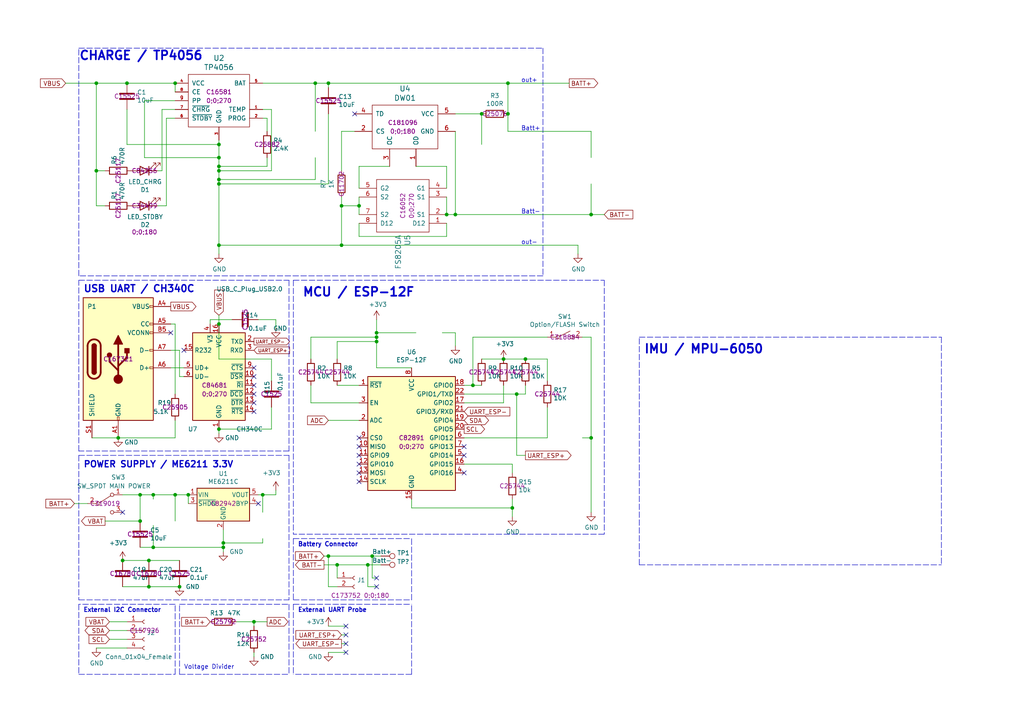
<source format=kicad_sch>
(kicad_sch (version 20211123) (generator eeschema)
  (paper "A4")
  (title_block (title "KamiTrack-SlimeVR-PCB") (date "2022-04-07") (rev "v0.4") (company "github.com/Kamilake/KamiTrack-SlimeVR-PCB") (comment 1 "Licensed under CERN-OHL-P v2 or later") (comment 2 "Compatible with github.com/SlimeVR/SlimeVR-Tracker-ESP"))
  (lib_symbols
    (symbol "Connector:Conn_01x02_Female" (pin_names (offset 1.016) hide)
      (property "Reference" "J" (at 0 2.54 0))
      (property "Value" "Conn_01x02_Female" (at 0 -5.08 0))
      (symbol "Conn_01x02_Female_1_1"
        (pin passive line (at -5.08 0 0) (length 3.81) (name "Pin_1") (number "1"))
        (pin passive line (at -5.08 -2.54 0) (length 3.81) (name "Pin_2") (number "2"))
      )
    )
    (symbol "Connector:Conn_01x04_Female" (pin_names (offset 1.016) hide)
      (property "Reference" "J" (at 0 5.08 0))
      (property "Value" "Conn_01x04_Female" (at 0 -7.62 0))
      (symbol "Conn_01x04_Female_1_1"
        (pin passive line (at -5.08 2.54 0) (length 3.81) (name "Pin_1") (number "1"))
        (pin passive line (at -5.08 0 0) (length 3.81) (name "Pin_2") (number "2"))
        (pin passive line (at -5.08 -2.54 0) (length 3.81) (name "Pin_3") (number "3"))
        (pin passive line (at -5.08 -5.08 0) (length 3.81) (name "Pin_4") (number "4"))
      )
    )
    (symbol "Connector:TestPoint" (pin_numbers hide) (pin_names (offset 0.762) hide)
      (property "Reference" "TP" (at 0 6.858 0))
      (property "Value" "TestPoint" (at 0 5.08 0))
      (symbol "TestPoint_1_1"
        (pin passive line (at 0 0 90) (length 2.54) (name "1") (number "1"))
      )
    )
    (symbol "Connector:USB_C_Plug_USB2.0" (pin_names (offset 1.016))
      (property "Reference" "P" (at -10.16 19.05 0))
      (property "Value" "USB_C_Plug_USB2.0" (at 12.7 19.05 0))
      (symbol "USB_C_Plug_USB2.0_1_1"
        (pin passive line (at 0 -22.86 90) (length 5.08) (name "GND") (number "A1"))
        (pin passive line (at 0 -22.86 90) (length 5.08) hide (name "GND") (number "A12"))
        (pin passive line (at 15.24 15.24 180) (length 5.08) (name "VBUS") (number "A4"))
        (pin bidirectional line (at 15.24 10.16 180) (length 5.08) (name "CC") (number "A5"))
        (pin bidirectional line (at 15.24 -2.54 180) (length 5.08) (name "D+") (number "A6"))
        (pin bidirectional line (at 15.24 2.54 180) (length 5.08) (name "D-") (number "A7"))
        (pin passive line (at 15.24 15.24 180) (length 5.08) hide (name "VBUS") (number "A9"))
        (pin passive line (at 0 -22.86 90) (length 5.08) hide (name "GND") (number "B1"))
        (pin passive line (at 0 -22.86 90) (length 5.08) hide (name "GND") (number "B12"))
        (pin passive line (at 15.24 15.24 180) (length 5.08) hide (name "VBUS") (number "B4"))
        (pin bidirectional line (at 15.24 7.62 180) (length 5.08) (name "VCONN") (number "B5"))
        (pin passive line (at 15.24 15.24 180) (length 5.08) hide (name "VBUS") (number "B9"))
        (pin passive line (at -7.62 -22.86 90) (length 5.08) (name "SHIELD") (number "S1"))
      )
    )
    (symbol "Device:C" (pin_numbers hide) (pin_names (offset 0.254))
      (property "Reference" "C" (at 0.635 2.54 0))
      (property "Value" "C" (at 0.635 -2.54 0))
      (symbol "C_1_1"
        (pin passive line (at 0 3.81 270) (length 2.794) (name "~") (number "1"))
        (pin passive line (at 0 -3.81 90) (length 2.794) (name "~") (number "2"))
      )
    )
    (symbol "Device:LED" (pin_numbers hide) (pin_names (offset 1.016) hide)
      (property "Reference" "D" (at 0 2.54 0))
      (property "Value" "LED" (at 0 -2.54 0))
      (symbol "LED_1_1"
        (pin passive line (at -3.81 0 0) (length 2.54) (name "K") (number "1"))
        (pin passive line (at 3.81 0 180) (length 2.54) (name "A") (number "2"))
      )
    )
    (symbol "Device:R" (pin_numbers hide) (pin_names (offset 0))
      (property "Reference" "R" (at 2.032 0 90))
      (property "Value" "R" (at 0 0 90))
      (symbol "R_1_1"
        (pin passive line (at 0 3.81 270) (length 1.27) (name "~") (number "1"))
        (pin passive line (at 0 -3.81 90) (length 1.27) (name "~") (number "2"))
      )
    )
    (symbol "Interface_USB:CH340C"
      (property "Reference" "U" (at -5.08 13.97 0))
      (property "Value" "CH340C" (at 1.27 13.97 0))
      (symbol "CH340C_1_1"
        (pin power_in line (at 0 -15.24 90) (length 2.54) (name "GND") (number "1"))
        (pin input line (at 10.16 0 180) (length 2.54) (name "~{DSR}") (number "10"))
        (pin input line (at 10.16 -2.54 180) (length 2.54) (name "~{RI}") (number "11"))
        (pin input line (at 10.16 -5.08 180) (length 2.54) (name "~{DCD}") (number "12"))
        (pin output line (at 10.16 -7.62 180) (length 2.54) (name "~{DTR}") (number "13"))
        (pin output line (at 10.16 -10.16 180) (length 2.54) (name "~{RTS}") (number "14"))
        (pin input line (at -10.16 7.62 0) (length 2.54) (name "R232") (number "15"))
        (pin power_in line (at 0 15.24 270) (length 2.54) (name "VCC") (number "16"))
        (pin output line (at 10.16 10.16 180) (length 2.54) (name "TXD") (number "2"))
        (pin input line (at 10.16 7.62 180) (length 2.54) (name "RXD") (number "3"))
        (pin passive line (at -2.54 15.24 270) (length 2.54) (name "V3") (number "4"))
        (pin bidirectional line (at -10.16 2.54 0) (length 2.54) (name "UD+") (number "5"))
        (pin bidirectional line (at -10.16 0 0) (length 2.54) (name "UD-") (number "6"))
        (pin no_connect line (at -7.62 -7.62 0) (length 2.54) hide (name "NC") (number "7"))
        (pin no_connect line (at -7.62 -10.16 0) (length 2.54) hide (name "NC") (number "8"))
        (pin input line (at 10.16 2.54 180) (length 2.54) (name "~{CTS}") (number "9"))
      )
    )
    (symbol "RF_Module:ESP-12F"
      (property "Reference" "U" (at -12.7 19.05 0))
      (property "Value" "ESP-12F" (at 12.7 19.05 0))
      (symbol "ESP-12F_1_1"
        (pin input line (at -15.24 15.24 0) (length 2.54) (name "~{RST}") (number "1"))
        (pin bidirectional line (at -15.24 -2.54 0) (length 2.54) (name "MISO") (number "10"))
        (pin bidirectional line (at -15.24 -5.08 0) (length 2.54) (name "GPIO9") (number "11"))
        (pin bidirectional line (at -15.24 -7.62 0) (length 2.54) (name "GPIO10") (number "12"))
        (pin bidirectional line (at -15.24 -10.16 0) (length 2.54) (name "MOSI") (number "13"))
        (pin bidirectional line (at -15.24 -12.7 0) (length 2.54) (name "SCLK") (number "14"))
        (pin power_in line (at 0 -17.78 90) (length 2.54) (name "GND") (number "15"))
        (pin bidirectional line (at 15.24 -7.62 180) (length 2.54) (name "GPIO15") (number "16"))
        (pin bidirectional line (at 15.24 10.16 180) (length 2.54) (name "GPIO2") (number "17"))
        (pin bidirectional line (at 15.24 15.24 180) (length 2.54) (name "GPIO0") (number "18"))
        (pin bidirectional line (at 15.24 5.08 180) (length 2.54) (name "GPIO4") (number "19"))
        (pin input line (at -15.24 5.08 0) (length 2.54) (name "ADC") (number "2"))
        (pin bidirectional line (at 15.24 2.54 180) (length 2.54) (name "GPIO5") (number "20"))
        (pin bidirectional line (at 15.24 7.62 180) (length 2.54) (name "GPIO3/RXD") (number "21"))
        (pin bidirectional line (at 15.24 12.7 180) (length 2.54) (name "GPIO1/TXD") (number "22"))
        (pin input line (at -15.24 10.16 0) (length 2.54) (name "EN") (number "3"))
        (pin bidirectional line (at 15.24 -10.16 180) (length 2.54) (name "GPIO16") (number "4"))
        (pin bidirectional line (at 15.24 -5.08 180) (length 2.54) (name "GPIO14") (number "5"))
        (pin bidirectional line (at 15.24 0 180) (length 2.54) (name "GPIO12") (number "6"))
        (pin bidirectional line (at 15.24 -2.54 180) (length 2.54) (name "GPIO13") (number "7"))
        (pin power_in line (at 0 20.32 270) (length 2.54) (name "VCC") (number "8"))
        (pin input line (at -15.24 0 0) (length 2.54) (name "CS0") (number "9"))
      )
    )
    (symbol "Regulator_Linear:APE8865U5-16-HF-3" (pin_names (offset 0.254))
      (property "Reference" "U" (at -6.35 5.715 0))
      (property "Value" "APE8865U5-16-HF-3" (at -3.175 5.715 0))
      (symbol "APE8865U5-16-HF-3_1_1"
        (pin power_in line (at -10.16 2.54 0) (length 2.54) (name "VIN") (number "1"))
        (pin power_in line (at 0 -7.62 90) (length 2.54) (name "GND") (number "2"))
        (pin input line (at -10.16 0 0) (length 2.54) (name "~{SHDN}") (number "3"))
        (pin input line (at 10.16 0 180) (length 2.54) (name "BYP") (number "4"))
        (pin power_out line (at 10.16 2.54 180) (length 2.54) (name "VOUT") (number "5"))
      )
    )
    (symbol "Sensor_Motion:MPU-9250"
      (property "Reference" "U" (at -11.43 19.05 0))
      (property "Value" "MPU-9250" (at 7.62 -19.05 0))
      (symbol "MPU-9250_1_1"
        (pin input line (at 17.78 -7.62 180) (length 5.08) (name "RESV_VDDIO") (number "1"))
        (pin passive line (at 17.78 -5.08 180) (length 5.08) (name "REGOUT") (number "10"))
        (pin input line (at -17.78 -5.08 0) (length 5.08) (name "FSYNC") (number "11"))
        (pin output line (at 17.78 7.62 180) (length 5.08) (name "INT") (number "12"))
        (pin power_in line (at 2.54 22.86 270) (length 5.08) (name "VDD") (number "13"))
        (pin power_in line (at 0 -22.86 90) (length 5.08) (name "GND") (number "18"))
        (pin power_in line (at 17.78 -10.16 180) (length 5.08) (name "RESV_GND") (number "20"))
        (pin bidirectional line (at 17.78 2.54 180) (length 5.08) (name "AUX_SDA") (number "21"))
        (pin input line (at -17.78 0 0) (length 5.08) (name "~{CS}") (number "22"))
        (pin input line (at -17.78 2.54 0) (length 5.08) (name "SCL/SCLK") (number "23"))
        (pin bidirectional line (at -17.78 7.62 0) (length 5.08) (name "SDA/MOSI") (number "24"))
        (pin output clock (at 17.78 0 180) (length 5.08) (name "AUX_SCL") (number "7"))
        (pin power_in line (at -2.54 22.86 270) (length 5.08) (name "VDDIO") (number "8"))
        (pin bidirectional line (at -17.78 5.08 0) (length 5.08) (name "AD0/MISO") (number "9"))
      )
    )
    (symbol "Switch:SW_SPDT" (pin_names (offset 0) hide)
      (property "Reference" "SW" (at 0 4.318 0))
      (property "Value" "SW_SPDT" (at 0 -5.08 0))
      (symbol "SW_SPDT_1_1"
        (pin passive line (at 5.08 2.54 180) (length 2.54) (name "A") (number "1"))
        (pin passive line (at -5.08 0 0) (length 2.54) (name "B") (number "2"))
        (pin passive line (at 5.08 -2.54 180) (length 2.54) (name "C") (number "3"))
      )
    )
    (symbol "Switch:SW_SPST" (pin_names (offset 0) hide)
      (property "Reference" "SW" (at 0 3.175 0))
      (property "Value" "SW_SPST" (at 0 -2.54 0))
      (symbol "SW_SPST_1_1"
        (pin passive line (at -5.08 0 0) (length 2.54) (name "A") (number "1"))
        (pin passive line (at 5.08 0 180) (length 2.54) (name "B") (number "2"))
      )
    )
    (symbol "dw01:DW01" (pin_names (offset 1.016))
      (property "Reference" "U" (at 2.54 8.89 0))
      (property "Value" "DW01" (at -2.54 8.89 0))
      (symbol "DW01_1_1"
        (pin input line (at 3.81 -11.43 90) (length 5.08) (name "OD") (number "1"))
        (pin input line (at -13.97 -1.27 0) (length 5.08) (name "CS") (number "2"))
        (pin input line (at -3.81 -11.43 90) (length 5.08) (name "OC") (number "3"))
        (pin input line (at -13.97 3.81 0) (length 5.08) (name "TD") (number "4"))
        (pin input line (at 15.24 3.81 180) (length 5.08) (name "VCC") (number "5"))
        (pin input line (at 15.24 -1.27 180) (length 5.08) (name "GND") (number "6"))
      )
    )
    (symbol "fs8205a:FS8205A" (pin_names (offset 1.016))
      (property "Reference" "U" (at -5.08 -1.27 0))
      (property "Value" "FS8205A" (at -1.27 -3.81 0))
      (symbol "FS8205A_1_1"
        (pin input line (at 5.08 10.16 270) (length 5.08) (name "D12") (number "1"))
        (pin input line (at 2.54 10.16 270) (length 5.08) (name "S1") (number "2"))
        (pin input line (at -2.54 10.16 270) (length 5.08) (name "S1") (number "3"))
        (pin input line (at -5.08 10.16 270) (length 5.08) (name "G1") (number "4"))
        (pin input line (at -5.08 -15.24 90) (length 5.08) (name "G2") (number "5"))
        (pin input line (at -2.54 -15.24 90) (length 5.08) (name "S2") (number "6"))
        (pin input line (at 2.54 -15.24 90) (length 5.08) (name "S2") (number "7"))
        (pin input line (at 5.08 -15.24 90) (length 5.08) (name "D12") (number "8"))
      )
    )
    (symbol "power:+3.3V" (power) (pin_names (offset 0))
      (property "Value" "+3.3V" (at 0 3.556 0))
      (symbol "+3.3V_1_1"
        (pin power_in line (at 0 0 90) (length 0) hide (name "+3V3") (number "1"))
      )
    )
    (symbol "power:GND" (power) (pin_names (offset 0))
      (property "Value" "GND" (at 0 -3.81 0))
      (symbol "GND_1_1"
        (pin power_in line (at 0 0 270) (length 0) hide (name "GND") (number "1"))
      )
    )
    (symbol "tp4056:TP4056" (pin_names (offset 1.016))
      (property "Reference" "U" (at -8.89 10.16 0))
      (property "Value" "TP4056" (at 8.89 10.16 0))
      (symbol "TP4056_1_1"
        (pin passive line (at 12.7 -1.27 180) (length 3.81) (name "TEMP") (number "1"))
        (pin passive line (at 12.7 -3.81 180) (length 3.81) (name "PROG") (number "2"))
        (pin power_in line (at 0 -10.16 90) (length 3.81) (name "GND") (number "3"))
        (pin power_in line (at -12.7 6.35 0) (length 3.81) (name "VCC") (number "4"))
        (pin power_out line (at 12.7 6.35 180) (length 3.81) (name "BAT") (number "5"))
        (pin open_collector line (at -12.7 -3.81 0) (length 3.81) (name "~{STDBY}") (number "6"))
        (pin open_collector line (at -12.7 -1.27 0) (length 3.81) (name "~{CHRG}") (number "7"))
        (pin input line (at -12.7 3.81 0) (length 3.81) (name "CE") (number "8"))
        (pin input line (at -12.7 1.27 0) (length 3.81) (name "PP") (number "9"))
      )
    )
  )
  (junction (at 50.8 24.13))
  (junction (at 63.5 45.72))
  (junction (at 40.64 143.51))
  (junction (at 64.77 157.48))
  (junction (at 63.5 71.12))
  (junction (at 34.29 127))
  (junction (at 76.2 143.51))
  (junction (at 63.5 93.98))
  (junction (at 359.41 106.68))
  (junction (at 147.32 33.02))
  (junction (at 43.18 162.56))
  (junction (at 63.5 48.26))
  (junction (at 132.08 62.23))
  (junction (at 104.14 59.69))
  (junction (at 91.44 24.13))
  (junction (at 95.25 24.13))
  (junction (at 347.98 106.68))
  (junction (at 44.45 158.75))
  (junction (at 50.8 143.51))
  (junction (at 35.56 162.56))
  (junction (at 152.4 104.14))
  (junction (at 27.94 49.53))
  (junction (at 340.36 106.68))
  (junction (at 63.5 49.53))
  (junction (at 64.77 158.75))
  (junction (at 316.23 139.7))
  (junction (at 148.59 147.32))
  (junction (at 36.83 24.13))
  (junction (at 361.95 158.75))
  (junction (at 63.5 124.46))
  (junction (at 95.25 161.29))
  (junction (at 54.61 143.51))
  (junction (at 323.85 106.68))
  (junction (at 109.22 97.79))
  (junction (at 364.49 106.68))
  (junction (at 106.68 163.83))
  (junction (at 44.45 143.51))
  (junction (at 147.32 24.13))
  (junction (at 129.54 62.23))
  (junction (at 73.66 180.34))
  (junction (at 40.64 151.13))
  (junction (at 146.05 104.14))
  (junction (at 149.86 114.3))
  (junction (at 109.22 96.52))
  (junction (at 52.07 170.18))
  (junction (at 27.94 24.13))
  (junction (at 361.95 156.21))
  (junction (at 137.16 111.76))
  (junction (at 171.45 127))
  (junction (at 171.45 62.23))
  (junction (at 63.5 52.07))
  (junction (at 63.5 53.34))
  (junction (at 99.06 59.69))
  (junction (at 107.95 161.29))
  (junction (at 63.5 41.91))
  (junction (at 109.22 99.06))
  (junction (at 97.79 163.83))
  (junction (at 43.18 170.18))
  (junction (at 334.01 138.43))
  (junction (at 361.95 157.48))
  (junction (at 99.06 71.12))
  (junction (at 139.7 33.02))
  (junction (at 323.85 137.16))
  (no_connect (at 104.14 129.54))
  (no_connect (at 379.73 125.73))
  (no_connect (at 100.33 181.61))
  (no_connect (at 109.22 167.64))
  (no_connect (at 73.66 109.22))
  (no_connect (at 100.33 184.15))
  (no_connect (at 102.87 33.02))
  (no_connect (at 74.93 146.05))
  (no_connect (at 73.66 114.3))
  (no_connect (at 53.34 101.6))
  (no_connect (at 134.62 137.16))
  (no_connect (at 73.66 119.38))
  (no_connect (at 73.66 106.68))
  (no_connect (at 104.14 127))
  (no_connect (at 73.66 116.84))
  (no_connect (at 104.14 137.16))
  (no_connect (at 104.14 132.08))
  (no_connect (at 49.53 96.52))
  (no_connect (at 379.73 140.97))
  (no_connect (at 73.66 111.76))
  (no_connect (at 134.62 129.54))
  (no_connect (at 109.22 170.18))
  (no_connect (at 134.62 132.08))
  (no_connect (at 35.56 148.59))
  (no_connect (at 104.14 139.7))
  (no_connect (at 100.33 186.69))
  (no_connect (at 104.14 134.62))
  (no_connect (at 100.33 189.23))
  (wire (pts (xy 104.14 111.76) (xy 97.79 111.76)))
  (polyline (pts (xy 83.82 130.81) (xy 22.86 130.81)))
  (wire (pts (xy 99.06 59.69) (xy 99.06 71.12)))
  (wire (pts (xy 379.73 156.21) (xy 361.95 156.21)))
  (wire (pts (xy 129.54 57.15) (xy 129.54 62.23)))
  (wire (pts (xy 146.05 111.76) (xy 146.05 116.84)))
  (wire (pts (xy 134.62 134.62) (xy 148.59 134.62)))
  (wire (pts (xy 93.98 161.29) (xy 95.25 161.29)))
  (wire (pts (xy 168.91 127) (xy 171.45 127)))
  (wire (pts (xy 35.56 143.51) (xy 40.64 143.51)))
  (wire (pts (xy 95.25 121.92) (xy 104.14 121.92)))
  (wire (pts (xy 99.06 59.69) (xy 104.14 59.69)))
  (polyline (pts (xy 50.8 195.58) (xy 50.8 175.26)))
  (wire (pts (xy 134.62 111.76) (xy 137.16 111.76)))
  (polyline (pts (xy 119.38 195.58) (xy 85.09 195.58)))
  (wire (pts (xy 26.67 127) (xy 34.29 127)))
  (wire (pts (xy 43.18 162.56) (xy 35.56 162.56)))
  (wire (pts (xy 134.62 114.3) (xy 149.86 114.3)))
  (wire (pts (xy 398.78 158.75) (xy 361.95 158.75)))
  (wire (pts (xy 64.77 153.67) (xy 64.77 157.48)))
  (wire (pts (xy 148.59 134.62) (xy 148.59 137.16)))
  (wire (pts (xy 99.06 38.1) (xy 99.06 49.53)))
  (wire (pts (xy 307.34 139.7) (xy 316.23 139.7)))
  (wire (pts (xy 119.38 147.32) (xy 148.59 147.32)))
  (wire (pts (xy 99.06 57.15) (xy 99.06 59.69)))
  (wire (pts (xy 43.18 170.18) (xy 52.07 170.18)))
  (wire (pts (xy 99.06 186.69) (xy 100.33 186.69)))
  (wire (pts (xy 90.17 111.76) (xy 90.17 116.84)))
  (wire (pts (xy 398.78 106.68) (xy 364.49 106.68)))
  (wire (pts (xy 50.8 143.51) (xy 54.61 143.51)))
  (wire (pts (xy 44.45 143.51) (xy 50.8 143.51)))
  (polyline (pts (xy 85.09 81.28) (xy 85.09 154.94)))
  (wire (pts (xy 27.94 24.13) (xy 36.83 24.13)))
  (wire (pts (xy 50.8 29.21) (xy 41.91 29.21)))
  (polyline (pts (xy 157.48 13.97) (xy 157.48 80.01)))
  (wire (pts (xy 27.94 59.69) (xy 27.94 49.53)))
  (wire (pts (xy 80.01 143.51) (xy 76.2 143.51)))
  (polyline (pts (xy 22.86 132.08) (xy 83.82 132.08)))
  (polyline (pts (xy 52.07 195.58) (xy 83.82 195.58)))
  (wire (pts (xy 43.18 170.18) (xy 35.56 170.18)))
  (wire (pts (xy 41.91 45.72) (xy 63.5 45.72)))
  (wire (pts (xy 30.48 59.69) (xy 27.94 59.69)))
  (wire (pts (xy 63.5 52.07) (xy 63.5 53.34)))
  (polyline (pts (xy 85.09 81.28) (xy 175.26 81.28)))
  (wire (pts (xy 364.49 106.68) (xy 364.49 110.49)))
  (wire (pts (xy 171.45 127) (xy 171.45 148.59)))
  (polyline (pts (xy 85.09 175.26) (xy 85.09 195.58)))
  (wire (pts (xy 76.2 156.21) (xy 76.2 157.48)))
  (wire (pts (xy 50.8 31.75) (xy 46.99 31.75)))
  (wire (pts (xy 76.2 143.51) (xy 74.93 143.51)))
  (wire (pts (xy 109.22 97.79) (xy 90.17 97.79)))
  (wire (pts (xy 30.48 151.13) (xy 40.64 151.13)))
  (wire (pts (xy 97.79 99.06) (xy 109.22 99.06)))
  (wire (pts (xy 52.07 162.56) (xy 43.18 162.56)))
  (wire (pts (xy 158.75 110.49) (xy 158.75 104.14)))
  (wire (pts (xy 383.54 142.24) (xy 383.54 138.43)))
  (wire (pts (xy 73.66 189.23) (xy 73.66 190.5)))
  (wire (pts (xy 63.5 104.14) (xy 63.5 93.98)))
  (wire (pts (xy 44.45 152.4) (xy 44.45 158.75)))
  (wire (pts (xy 31.75 185.42) (xy 36.83 185.42)))
  (wire (pts (xy 21.59 146.05) (xy 25.4 146.05)))
  (wire (pts (xy 48.26 59.69) (xy 45.72 59.69)))
  (polyline (pts (xy 52.07 195.58) (xy 52.07 175.26)))
  (wire (pts (xy 137.16 111.76) (xy 137.16 97.79)))
  (polyline (pts (xy 175.26 154.94) (xy 85.09 154.94)))
  (wire (pts (xy 76.2 148.59) (xy 76.2 143.51)))
  (wire (pts (xy 60.96 93.98) (xy 60.96 92.71)))
  (wire (pts (xy 97.79 163.83) (xy 106.68 163.83)))
  (wire (pts (xy 132.08 96.52) (xy 132.08 100.33)))
  (wire (pts (xy 68.58 180.34) (xy 73.66 180.34)))
  (polyline (pts (xy 83.82 132.08) (xy 83.82 173.99)))
  (polyline (pts (xy 22.86 132.08) (xy 22.86 173.99)))
  (wire (pts (xy 129.54 62.23) (xy 132.08 62.23)))
  (wire (pts (xy 73.66 181.61) (xy 73.66 180.34)))
  (wire (pts (xy 44.45 144.78) (xy 44.45 143.51)))
  (wire (pts (xy 128.27 96.52) (xy 132.08 96.52)))
  (wire (pts (xy 134.62 127) (xy 158.75 127)))
  (wire (pts (xy 30.48 49.53) (xy 27.94 49.53)))
  (wire (pts (xy 50.8 151.13) (xy 50.8 143.51)))
  (polyline (pts (xy 185.42 97.79) (xy 273.05 97.79)))
  (wire (pts (xy 323.85 106.68) (xy 323.85 124.46)))
  (wire (pts (xy 139.7 41.91) (xy 139.7 33.02)))
  (wire (pts (xy 139.7 33.02) (xy 132.08 33.02)))
  (wire (pts (xy 73.66 180.34) (xy 77.47 180.34)))
  (wire (pts (xy 149.86 114.3) (xy 152.4 114.3)))
  (wire (pts (xy 40.64 158.75) (xy 44.45 158.75)))
  (wire (pts (xy 168.91 97.79) (xy 171.45 97.79)))
  (wire (pts (xy 64.77 157.48) (xy 64.77 158.75)))
  (wire (pts (xy 50.8 127) (xy 50.8 121.92)))
  (wire (pts (xy 34.29 127) (xy 50.8 127)))
  (wire (pts (xy 40.64 143.51) (xy 44.45 143.51)))
  (wire (pts (xy 102.87 38.1) (xy 99.06 38.1)))
  (wire (pts (xy 52.07 101.6) (xy 52.07 109.22)))
  (wire (pts (xy 76.2 34.29) (xy 77.47 34.29)))
  (polyline (pts (xy 22.86 81.28) (xy 83.82 81.28)))
  (wire (pts (xy 158.75 127) (xy 158.75 118.11)))
  (wire (pts (xy 49.53 101.6) (xy 52.07 101.6)))
  (wire (pts (xy 106.68 163.83) (xy 110.49 163.83)))
  (wire (pts (xy 344.17 133.35) (xy 340.36 133.35)))
  (wire (pts (xy 107.95 161.29) (xy 107.95 167.64)))
  (wire (pts (xy 46.99 49.53) (xy 45.72 49.53)))
  (wire (pts (xy 398.78 137.16) (xy 398.78 158.75)))
  (polyline (pts (xy 22.86 175.26) (xy 22.86 195.58)))
  (wire (pts (xy 77.47 45.72) (xy 77.47 48.26)))
  (wire (pts (xy 91.44 52.07) (xy 63.5 52.07)))
  (wire (pts (xy 78.74 31.75) (xy 78.74 49.53)))
  (polyline (pts (xy 119.38 173.99) (xy 119.38 156.21)))
  (wire (pts (xy 104.14 54.61) (xy 104.14 48.26)))
  (wire (pts (xy 46.99 31.75) (xy 46.99 49.53)))
  (wire (pts (xy 109.22 96.52) (xy 109.22 97.79)))
  (wire (pts (xy 383.54 133.35) (xy 379.73 133.35)))
  (wire (pts (xy 90.17 97.79) (xy 90.17 104.14)))
  (wire (pts (xy 323.85 132.08) (xy 323.85 137.16)))
  (polyline (pts (xy 85.09 175.26) (xy 119.38 175.26)))
  (wire (pts (xy 106.68 163.83) (xy 106.68 170.18)))
  (wire (pts (xy 146.05 104.14) (xy 152.4 104.14)))
  (wire (pts (xy 149.86 132.08) (xy 152.4 132.08)))
  (polyline (pts (xy 50.8 175.26) (xy 22.86 175.26)))
  (polyline (pts (xy 22.86 80.01) (xy 22.86 13.97)))
  (wire (pts (xy 93.98 163.83) (xy 97.79 163.83)))
  (wire (pts (xy 137.16 97.79) (xy 158.75 97.79)))
  (polyline (pts (xy 22.86 130.81) (xy 22.86 81.28)))
  (polyline (pts (xy 22.86 173.99) (xy 83.82 173.99)))
  (wire (pts (xy 78.74 104.14) (xy 63.5 104.14)))
  (wire (pts (xy 147.32 33.02) (xy 147.32 38.1)))
  (polyline (pts (xy 185.42 163.83) (xy 273.05 163.83)))
  (wire (pts (xy 331.47 130.81) (xy 344.17 130.81)))
  (polyline (pts (xy 85.09 156.21) (xy 119.38 156.21)))
  (wire (pts (xy 91.44 24.13) (xy 91.44 38.1)))
  (wire (pts (xy 334.01 128.27) (xy 334.01 138.43)))
  (wire (pts (xy 383.54 138.43) (xy 379.73 138.43)))
  (wire (pts (xy 76.2 31.75) (xy 78.74 31.75)))
  (wire (pts (xy 361.95 157.48) (xy 361.95 158.75)))
  (wire (pts (xy 334.01 138.43) (xy 334.01 158.75)))
  (wire (pts (xy 99.06 71.12) (xy 63.5 71.12)))
  (wire (pts (xy 359.41 106.68) (xy 364.49 106.68)))
  (wire (pts (xy 41.91 29.21) (xy 41.91 45.72)))
  (wire (pts (xy 316.23 132.08) (xy 316.23 139.7)))
  (wire (pts (xy 171.45 62.23) (xy 171.45 53.34)))
  (wire (pts (xy 398.78 129.54) (xy 398.78 106.68)))
  (wire (pts (xy 95.25 53.34) (xy 63.5 53.34)))
  (wire (pts (xy 104.14 59.69) (xy 104.14 62.23)))
  (wire (pts (xy 132.08 38.1) (xy 132.08 62.23)))
  (wire (pts (xy 76.2 24.13) (xy 91.44 24.13)))
  (wire (pts (xy 344.17 138.43) (xy 334.01 138.43)))
  (wire (pts (xy 149.86 114.3) (xy 149.86 132.08)))
  (wire (pts (xy 383.54 157.48) (xy 361.95 157.48)))
  (wire (pts (xy 171.45 62.23) (xy 175.26 62.23)))
  (wire (pts (xy 379.73 156.21) (xy 379.73 143.51)))
  (polyline (pts (xy 83.82 175.26) (xy 83.82 195.58)))
  (wire (pts (xy 109.22 97.79) (xy 109.22 99.06)))
  (wire (pts (xy 148.59 147.32) (xy 148.59 149.86)))
  (wire (pts (xy 109.22 106.68) (xy 119.38 106.68)))
  (polyline (pts (xy 185.42 163.83) (xy 185.42 97.79)))
  (wire (pts (xy 331.47 139.7) (xy 331.47 130.81)))
  (wire (pts (xy 152.4 114.3) (xy 152.4 111.76)))
  (wire (pts (xy 50.8 26.67) (xy 50.8 24.13)))
  (wire (pts (xy 316.23 106.68) (xy 316.23 124.46)))
  (wire (pts (xy 344.17 128.27) (xy 334.01 128.27)))
  (wire (pts (xy 171.45 97.79) (xy 171.45 127)))
  (wire (pts (xy 107.95 161.29) (xy 110.49 161.29)))
  (wire (pts (xy 132.08 62.23) (xy 171.45 62.23)))
  (wire (pts (xy 147.32 24.13) (xy 165.1 24.13)))
  (wire (pts (xy 63.5 93.98) (xy 63.5 91.44)))
  (wire (pts (xy 167.64 71.12) (xy 167.64 73.66)))
  (wire (pts (xy 104.14 68.58) (xy 129.54 68.58)))
  (wire (pts (xy 95.25 189.23) (xy 100.33 189.23)))
  (wire (pts (xy 50.8 93.98) (xy 50.8 114.3)))
  (wire (pts (xy 340.36 106.68) (xy 347.98 106.68)))
  (wire (pts (xy 80.01 92.71) (xy 80.01 95.25)))
  (polyline (pts (xy 175.26 81.28) (xy 175.26 154.94)))
  (polyline (pts (xy 85.09 156.21) (xy 85.09 173.99)))
  (wire (pts (xy 152.4 104.14) (xy 158.75 104.14)))
  (wire (pts (xy 40.64 151.13) (xy 40.64 143.51)))
  (polyline (pts (xy 22.86 13.97) (xy 157.48 13.97)))
  (wire (pts (xy 27.94 24.13) (xy 19.05 24.13)))
  (wire (pts (xy 63.5 48.26) (xy 63.5 49.53)))
  (polyline (pts (xy 83.82 81.28) (xy 83.82 130.81)))
  (wire (pts (xy 129.54 48.26) (xy 129.54 54.61)))
  (wire (pts (xy 90.17 116.84) (xy 104.14 116.84)))
  (wire (pts (xy 109.22 96.52) (xy 109.22 92.71)))
  (wire (pts (xy 104.14 57.15) (xy 104.14 59.69)))
  (wire (pts (xy 36.83 24.13) (xy 50.8 24.13)))
  (wire (pts (xy 134.62 116.84) (xy 146.05 116.84)))
  (wire (pts (xy 95.25 161.29) (xy 95.25 170.18)))
  (wire (pts (xy 63.5 49.53) (xy 78.74 49.53)))
  (wire (pts (xy 379.73 130.81) (xy 383.54 130.81)))
  (wire (pts (xy 316.23 106.68) (xy 323.85 106.68)))
  (wire (pts (xy 78.74 124.46) (xy 63.5 124.46)))
  (wire (pts (xy 139.7 104.14) (xy 146.05 104.14)))
  (wire (pts (xy 120.65 96.52) (xy 109.22 96.52)))
  (wire (pts (xy 36.83 31.75) (xy 36.83 41.91)))
  (wire (pts (xy 129.54 68.58) (xy 129.54 64.77)))
  (wire (pts (xy 77.47 48.26) (xy 63.5 48.26)))
  (wire (pts (xy 74.93 92.71) (xy 80.01 92.71)))
  (wire (pts (xy 147.32 24.13) (xy 147.32 33.02)))
  (wire (pts (xy 95.25 33.02) (xy 95.25 53.34)))
  (polyline (pts (xy 22.86 195.58) (xy 50.8 195.58)))
  (wire (pts (xy 50.8 34.29) (xy 48.26 34.29)))
  (wire (pts (xy 49.53 93.98) (xy 50.8 93.98)))
  (wire (pts (xy 60.96 92.71) (xy 67.31 92.71)))
  (wire (pts (xy 95.25 25.4) (xy 95.25 24.13)))
  (wire (pts (xy 48.26 34.29) (xy 48.26 59.69)))
  (wire (pts (xy 63.5 41.91) (xy 63.5 45.72)))
  (wire (pts (xy 54.61 143.51) (xy 54.61 146.05)))
  (polyline (pts (xy 52.07 175.26) (xy 83.82 175.26)))
  (wire (pts (xy 97.79 163.83) (xy 97.79 167.64)))
  (wire (pts (xy 383.54 149.86) (xy 383.54 157.48)))
  (wire (pts (xy 99.06 184.15) (xy 100.33 184.15)))
  (wire (pts (xy 361.95 158.75) (xy 361.95 160.02)))
  (polyline (pts (xy 273.05 97.79) (xy 273.05 163.83)))
  (wire (pts (xy 330.2 125.73) (xy 330.2 137.16)))
  (wire (pts (xy 80.01 142.24) (xy 80.01 143.51)))
  (wire (pts (xy 119.38 144.78) (xy 119.38 147.32)))
  (wire (pts (xy 359.41 106.68) (xy 359.41 110.49)))
  (polyline (pts (xy 157.48 80.01) (xy 22.86 80.01)))
  (wire (pts (xy 97.79 104.14) (xy 97.79 99.06)))
  (wire (pts (xy 76.2 157.48) (xy 64.77 157.48)))
  (wire (pts (xy 27.94 49.53) (xy 27.94 24.13)))
  (wire (pts (xy 361.95 157.48) (xy 361.95 156.21)))
  (wire (pts (xy 109.22 99.06) (xy 109.22 106.68)))
  (wire (pts (xy 63.5 124.46) (xy 63.5 125.73)))
  (wire (pts (xy 95.25 161.29) (xy 107.95 161.29)))
  (wire (pts (xy 148.59 144.78) (xy 148.59 147.32)))
  (wire (pts (xy 95.25 170.18) (xy 97.79 170.18)))
  (wire (pts (xy 323.85 137.16) (xy 330.2 137.16)))
  (wire (pts (xy 78.74 118.11) (xy 78.74 124.46)))
  (wire (pts (xy 147.32 38.1) (xy 171.45 38.1)))
  (wire (pts (xy 63.5 71.12) (xy 63.5 73.66)))
  (wire (pts (xy 36.83 182.88) (xy 31.75 182.88)))
  (wire (pts (xy 63.5 40.64) (xy 63.5 41.91)))
  (wire (pts (xy 347.98 106.68) (xy 359.41 106.68)))
  (wire (pts (xy 316.23 139.7) (xy 331.47 139.7)))
  (wire (pts (xy 100.33 181.61) (xy 95.25 181.61)))
  (wire (pts (xy 323.85 106.68) (xy 340.36 106.68)))
  (wire (pts (xy 104.14 64.77) (xy 104.14 68.58)))
  (wire (pts (xy 107.95 167.64) (xy 109.22 167.64)))
  (wire (pts (xy 334.01 158.75) (xy 361.95 158.75)))
  (wire (pts (xy 330.2 125.73) (xy 344.17 125.73)))
  (wire (pts (xy 91.44 24.13) (xy 95.25 24.13)))
  (wire (pts (xy 307.34 137.16) (xy 323.85 137.16)))
  (wire (pts (xy 104.14 48.26) (xy 113.03 48.26)))
  (wire (pts (xy 137.16 111.76) (xy 139.7 111.76)))
  (wire (pts (xy 106.68 170.18) (xy 109.22 170.18)))
  (wire (pts (xy 77.47 34.29) (xy 77.47 38.1)))
  (polyline (pts (xy 85.09 173.99) (xy 119.38 173.99)))
  (wire (pts (xy 95.25 24.13) (xy 147.32 24.13)))
  (wire (pts (xy 27.94 187.96) (xy 36.83 187.96)))
  (wire (pts (xy 78.74 110.49) (xy 78.74 104.14)))
  (wire (pts (xy 63.5 49.53) (xy 63.5 52.07)))
  (wire (pts (xy 64.77 158.75) (xy 64.77 160.02)))
  (wire (pts (xy 63.5 45.72) (xy 63.5 48.26)))
  (wire (pts (xy 36.83 41.91) (xy 63.5 41.91)))
  (wire (pts (xy 99.06 71.12) (xy 167.64 71.12)))
  (wire (pts (xy 31.75 180.34) (xy 36.83 180.34)))
  (polyline (pts (xy 119.38 195.58) (xy 119.38 175.26)))
  (wire (pts (xy 340.36 133.35) (xy 340.36 106.68)))
  (wire (pts (xy 91.44 45.72) (xy 91.44 52.07)))
  (wire (pts (xy 49.53 106.68) (xy 53.34 106.68)))
  (wire (pts (xy 120.65 48.26) (xy 129.54 48.26)))
  (wire (pts (xy 52.07 109.22) (xy 53.34 109.22)))
  (wire (pts (xy 63.5 53.34) (xy 63.5 71.12)))
  (wire (pts (xy 171.45 38.1) (xy 171.45 45.72)))
  (wire (pts (xy 44.45 158.75) (xy 64.77 158.75)))
  (text "Voltage Divider" (at 53.34 194.31 0) (effects (font (size 1.27 1.27)) (justify left bottom)))
  (text "Batt-" (at 151.13 62.23 0) (effects (font (size 1.27 1.27)) (justify left bottom)))
  (text "External UART Probe" (at 86.36 177.8 0) (effects (font (size 1.27 1.27) (thickness 0.254) bold) (justify left bottom)))
  (text "MCU / ESP-12F" (at 87.63 86.36 0) (effects (font (size 2.54 2.54) (thickness 0.508) bold) (justify left bottom)))
  (text "External I2C Connector" (at 24.13 177.8 0) (effects (font (size 1.27 1.27) (thickness 0.254) bold) (justify left bottom)))
  (text "IMU / MPU-6050" (at 186.69 102.87 0) (effects (font (size 2.54 2.54) (thickness 0.508) bold) (justify left bottom)))
  (text "POWER SUPPLY / ME6211 3.3V" (at 24.13 135.89 0) (effects (font (size 1.8034 1.8034) (thickness 0.3607) bold) (justify left bottom)))
  (text "out+\n" (at 151.13 24.13 0) (effects (font (size 1.27 1.27)) (justify left bottom)))
  (text "Batt+\n" (at 151.13 38.1 0) (effects (font (size 1.27 1.27)) (justify left bottom)))
  (text "CHARGE / TP4056" (at 22.86 17.78 0) (effects (font (size 2.54 2.54) (thickness 0.508) bold) (justify left bottom)))
  (text "USB UART / CH340C" (at 24.13 85.09 0) (effects (font (size 2.0066 2.0066) (thickness 0.4013) bold) (justify left bottom)))
  (text "Battery Connector" (at 86.36 158.75 0) (effects (font (size 1.27 1.27) (thickness 0.254) bold) (justify left bottom)))
  (text "out-" (at 151.13 71.12 0) (effects (font (size 1.27 1.27)) (justify left bottom)))
  (global_label "UART_ESP-" (shape output) (at 73.66 99.06 0) (effects (font (size 0.9906 0.9906))) (property "Intersheet References" "${INTERSHEET_REFS}" (effects hide)))
  (global_label "UART_ESP+" (shape input) (at 99.06 184.15 180) (property "Intersheet References" "${INTERSHEET_REFS}" (effects hide)))
  (global_label "UART_ESP-" (shape output) (at 99.06 186.69 180) (property "Intersheet References" "${INTERSHEET_REFS}" (effects hide)))
  (global_label "VBAT" (shape input) (at 31.75 180.34 180) (property "Intersheet References" "${INTERSHEET_REFS}" (effects hide)))
  (global_label "BATT+" (shape input) (at 93.98 161.29 180) (property "Intersheet References" "${INTERSHEET_REFS}" (effects hide)))
  (global_label "VBUS" (shape input) (at 19.05 24.13 180) (property "Intersheet References" "${INTERSHEET_REFS}" (effects hide)))
  (global_label "VBUS" (shape output) (at 49.53 88.9 0) (property "Intersheet References" "${INTERSHEET_REFS}" (effects hide)))
  (global_label "SDA" (shape bidirectional) (at 31.75 182.88 180) (property "Intersheet References" "${INTERSHEET_REFS}" (effects hide)))
  (global_label "BATT+" (shape output) (at 165.1 24.13 0) (property "Intersheet References" "${INTERSHEET_REFS}" (effects hide)))
  (global_label "SDA" (shape input) (at 307.34 137.16 180) (property "Intersheet References" "${INTERSHEET_REFS}" (effects hide)))
  (global_label "UART_ESP+" (shape output) (at 152.4 132.08 0) (property "Intersheet References" "${INTERSHEET_REFS}" (effects hide)))
  (global_label "VBAT" (shape output) (at 30.48 151.13 180) (property "Intersheet References" "${INTERSHEET_REFS}" (effects hide)))
  (global_label "SCL" (shape input) (at 31.75 185.42 180) (property "Intersheet References" "${INTERSHEET_REFS}" (effects hide)))
  (global_label "SCL" (shape output) (at 134.62 124.46 0) (property "Intersheet References" "${INTERSHEET_REFS}" (effects hide)))
  (global_label "AUX_SDA" (shape output) (at 383.54 130.81 0) (property "Intersheet References" "${INTERSHEET_REFS}" (effects hide)))
  (global_label "UART_ESP+" (shape input) (at 73.66 101.6 0) (effects (font (size 0.9906 0.9906))) (property "Intersheet References" "${INTERSHEET_REFS}" (effects hide)))
  (global_label "BATT+" (shape input) (at 21.59 146.05 180) (property "Intersheet References" "${INTERSHEET_REFS}" (effects hide)))
  (global_label "ADC" (shape output) (at 77.47 180.34 0) (property "Intersheet References" "${INTERSHEET_REFS}" (effects hide)))
  (global_label "SCL" (shape input) (at 307.34 139.7 180) (property "Intersheet References" "${INTERSHEET_REFS}" (effects hide)))
  (global_label "BATT-" (shape input) (at 175.26 62.23 0) (property "Intersheet References" "${INTERSHEET_REFS}" (effects hide)))
  (global_label "BATT-" (shape output) (at 93.98 163.83 180) (property "Intersheet References" "${INTERSHEET_REFS}" (effects hide)))
  (global_label "UART_ESP-" (shape input) (at 134.62 119.38 0) (property "Intersheet References" "${INTERSHEET_REFS}" (effects hide)))
  (global_label "BATT+" (shape input) (at 60.96 180.34 180) (property "Intersheet References" "${INTERSHEET_REFS}" (effects hide)))
  (global_label "SDA" (shape bidirectional) (at 134.62 121.92 0) (property "Intersheet References" "${INTERSHEET_REFS}" (effects hide)))
  (global_label "AUX_SCL" (shape output) (at 383.54 133.35 0) (property "Intersheet References" "${INTERSHEET_REFS}" (effects hide)))
  (global_label "ADC" (shape input) (at 95.25 121.92 180) (property "Intersheet References" "${INTERSHEET_REFS}" (effects hide)))
  (global_label "VBUS" (shape input) (at 63.5 91.44 90) (property "Intersheet References" "${INTERSHEET_REFS}" (effects hide)))
  (symbol (lib_id "tp4056:TP4056") (at 63.5 30.48 0) (unit 1)
    (property "Reference" "U2" (at 63.5 16.8402 0) (effects (font (size 1.524 1.524))))
    (property "Value" "TP4056" (at 63.5 19.5326 0) (effects (font (size 1.524 1.524))))
    (property "Footprint" "Package_SO:HSOP-8-1EP_3.9x4.9mm_P1.27mm_EP2.41x3.1mm_ThermalVias" (effects hide))
    (property "LCSC" "C16581" (at 63.5 26.67 0))
    (property "JLCPCB_CORRECTION" "0;0;270" (at 63.5 29.21 0))
  )
  (symbol (lib_id "Device:LED") (at 41.91 49.53 180) (unit 1)
    (property "Reference" "D1" (at 42.0878 55.0418 0))
    (property "Value" "LED_CHRG" (at 42.0878 52.7304 0))
    (property "Footprint" "LED_SMD:LED_0805_2012Metric" (effects hide))
    (property "LCSC" "C84256" (at 41.91 49.53 0))
  )
  (symbol (lib_id "Device:LED") (at 41.91 59.69 180) (unit 1)
    (property "Reference" "D2" (at 42.0878 65.2018 0))
    (property "Value" "LED_STDBY" (at 42.0878 62.8904 0))
    (property "Footprint" "LED_SMD:LED_0805_2012Metric" (effects hide))
    (property "LCSC" "C34499" (at 41.91 59.69 0))
    (property "JLCPCB_CORRECTION" "0;0;180" (at 41.91 67.31 0))
  )
  (symbol (lib_id "power:GND") (at 63.5 73.66 0) (unit 1)
    (property "Reference" "#PWR0105" (effects hide))
    (property "Value" "GND" (at 63.627 78.0542 0))
  )
  (symbol (lib_id "Device:R") (at 34.29 59.69 90) (unit 1)
    (property "Reference" "R1" (at 33.1216 57.912 0) (effects (justify left)))
    (property "Value" "470R" (at 35.433 57.912 0) (effects (justify left)))
    (property "Footprint" "Resistor_SMD:R_0402_1005Metric" (effects hide))
    (property "LCSC" "C25117" (at 34.29 59.69 0))
  )
  (symbol (lib_id "dw01:DW01") (at 116.84 36.83 0) (unit 1)
    (property "Reference" "U4" (at 117.475 25.7302 0) (effects (font (size 1.524 1.524))))
    (property "Value" "DW01" (at 117.475 28.4226 0) (effects (font (size 1.524 1.524))))
    (property "Footprint" "Package_TO_SOT_SMD:SOT-23-6" (effects hide))
    (property "LCSC" "C181096" (at 116.84 35.56 0))
    (property "JLCPCB_CORRECTION" "0;0;180" (at 116.84 38.1 0))
  )
  (symbol (lib_id "fs8205a:FS8205A") (at 119.38 59.69 270) (unit 1)
    (property "Reference" "U5" (at 118.1862 68.0212 0) (effects (font (size 1.524 1.524)) (justify left)))
    (property "Value" "FS8205A" (at 115.4938 68.0212 0) (effects (font (size 1.524 1.524)) (justify left)))
    (property "Footprint" "Package_SO:TSSOP-8_4.4x3mm_P0.65mm" (effects hide))
    (property "LCSC" "C16052" (at 116.84 59.69 0))
    (property "JLCPCB_CORRECTION" "0;0;270" (at 119.38 59.69 0))
  )
  (symbol (lib_id "RF_Module:ESP-12F") (at 119.38 127 0) (unit 1)
    (property "Reference" "U6" (at 119.38 102.0826 0))
    (property "Value" "ESP-12F" (at 119.38 104.394 0))
    (property "Footprint" "RF_Module:ESP-12E" (effects hide))
    (property "Datasheet" "http://wiki.ai-thinker.com/_media/esp8266/esp8266_series_modules_user_manual_v1.1.pdf" (effects hide))
    (property "LCSC" "C82891" (at 119.38 127 0))
    (property "JLCPCB_CORRECTION" "0;0;270" (at 119.38 129.54 0))
  )
  (symbol (lib_id "Switch:SW_SPST") (at 163.83 97.79 0) (unit 1)
    (property "Reference" "SW1" (at 163.83 91.821 0))
    (property "Value" "Option/FLASH Switch" (at 163.83 94.1324 0))
    (property "Footprint" "mod_legacy:TS-1088R" (effects hide))
    (property "LCSC" "C318884" (at 163.83 97.79 0))
  )
  (symbol (lib_id "Device:R") (at 34.29 49.53 90) (unit 1)
    (property "Reference" "R6" (at 33.1216 47.752 0) (effects (justify left)))
    (property "Value" "470R" (at 35.433 47.752 0) (effects (justify left)))
    (property "Footprint" "Resistor_SMD:R_0402_1005Metric" (effects hide))
    (property "LCSC" "C25117" (at 34.29 49.53 0))
  )
  (symbol (lib_id "Device:R") (at 77.47 41.91 0) (unit 1)
    (property "Reference" "R4" (at 79.248 40.7416 0) (effects (justify left)))
    (property "Value" "2.4K" (at 79.248 43.053 0) (effects (justify left)))
    (property "Footprint" "Resistor_SMD:R_0402_1005Metric" (effects hide))
    (property "LCSC" "C25882" (at 77.47 41.91 0))
  )
  (symbol (lib_id "Device:C") (at 36.83 27.94 0) (unit 1)
    (property "Reference" "C1" (at 39.751 26.7716 0) (effects (justify left)))
    (property "Value" "10uF" (at 39.751 29.083 0) (effects (justify left)))
    (property "Footprint" "Capacitor_SMD:C_0402_1005Metric" (effects hide))
    (property "LCSC" "C15525" (at 36.83 27.94 0))
  )
  (symbol (lib_id "Device:R") (at 99.06 53.34 0) (unit 1)
    (property "Reference" "R7" (at 93.8022 53.34 90))
    (property "Value" "1K" (at 96.1136 53.34 90))
    (property "Footprint" "Resistor_SMD:R_0402_1005Metric" (effects hide))
    (property "LCSC" "C11702" (at 99.06 53.34 90))
  )
  (symbol (lib_id "Device:R") (at 143.51 33.02 270) (unit 1)
    (property "Reference" "R3" (at 143.51 27.7622 90))
    (property "Value" "100R" (at 143.51 30.0736 90))
    (property "Footprint" "Resistor_SMD:R_0402_1005Metric" (effects hide))
    (property "LCSC" "C25076" (at 143.51 33.02 90))
  )
  (symbol (lib_id "power:GND") (at 167.64 73.66 0) (unit 1)
    (property "Reference" "#PWR01" (effects hide))
    (property "Value" "GND" (at 167.767 78.0542 0))
  )
  (symbol (lib_id "Device:C") (at 383.54 146.05 0) (unit 1)
    (property "Reference" "C7" (at 386.461 144.8816 0) (effects (justify left)))
    (property "Value" "0.1uF" (at 386.461 147.193 0) (effects (justify left)))
    (property "Footprint" "Capacitor_SMD:C_0402_1005Metric" (effects hide))
    (property "LCSC" "C1525" (at 383.54 146.05 0))
  )
  (symbol (lib_id "Device:R") (at 64.77 180.34 90) (unit 1)
    (property "Reference" "R13" (at 64.77 177.8 90) (effects (justify left)))
    (property "Value" "47K" (at 69.85 177.8 90) (effects (justify left)))
    (property "Footprint" "Resistor_SMD:R_0402_1005Metric" (effects hide))
    (property "LCSC" "C25792" (at 64.77 180.34 90))
  )
  (symbol (lib_id "Device:R") (at 73.66 185.42 180) (unit 1)
    (property "Reference" "R14" (at 68.58 184.15 0) (effects (justify right)))
    (property "Value" "12K" (at 68.58 186.69 0) (effects (justify right)))
    (property "Footprint" "Resistor_SMD:R_0402_1005Metric" (effects hide))
    (property "LCSC" "C25752" (at 73.66 185.42 0))
  )
  (symbol (lib_id "power:GND") (at 73.66 190.5 0) (unit 1)
    (property "Reference" "#PWR06" (effects hide))
    (property "Value" "GND" (at 77.47 190.5 0))
  )
  (symbol (lib_id "Switch:SW_SPDT") (at 30.48 146.05 0) (unit 1)
    (property "Reference" "SW3" (at 34.29 138.43 0))
    (property "Value" "SW_SPDT MAIN POWER" (at 33.02 140.97 0))
    (property "Footprint" "Button_Switch_SMD:SW_SPDT_PCM12" (effects hide))
    (property "LCSC" "C319019" (at 30.48 146.05 0))
  )
  (symbol (lib_id "Device:R") (at 316.23 128.27 0) (unit 1)
    (property "Reference" "R12" (at 318.008 127.1016 0) (effects (justify left)))
    (property "Value" "2.2K" (at 318.008 129.413 0) (effects (justify left)))
    (property "Footprint" "Resistor_SMD:R_0402_1005Metric" (effects hide))
    (property "LCSC" "C25879" (at 316.23 128.27 0))
  )
  (symbol (lib_id "Device:R") (at 323.85 128.27 0) (unit 1)
    (property "Reference" "R11" (at 325.628 127.1016 0) (effects (justify left)))
    (property "Value" "2.2K" (at 325.628 129.413 0) (effects (justify left)))
    (property "Footprint" "Resistor_SMD:R_0402_1005Metric" (effects hide))
    (property "LCSC" "C25879" (at 323.85 128.27 0))
  )
  (symbol (lib_id "power:GND") (at 132.08 100.33 0) (unit 1)
    (property "Reference" "#PWR03" (effects hide))
    (property "Value" "GND" (at 132.207 104.7242 0))
  )
  (symbol (lib_id "power:+3.3V") (at 109.22 92.71 0) (unit 1)
    (property "Reference" "#PWR0103" (effects hide))
    (property "Value" "+3.3V" (at 109.601 88.3158 0))
  )
  (symbol (lib_id "Device:R") (at 97.79 107.95 0) (unit 1)
    (property "Reference" "R8" (at 99.568 106.7816 0) (effects (justify left)))
    (property "Value" "10K" (at 99.568 109.093 0) (effects (justify left)))
    (property "Footprint" "Resistor_SMD:R_0402_1005Metric" (effects hide))
    (property "LCSC" "C25744" (at 97.79 107.95 0))
  )
  (symbol (lib_id "Device:R") (at 148.59 140.97 0) (unit 1)
    (property "Reference" "R15" (at 150.368 139.8016 0) (effects (justify left)))
    (property "Value" "10k" (at 150.368 142.113 0) (effects (justify left)))
    (property "Footprint" "Resistor_SMD:R_0402_1005Metric" (effects hide))
    (property "LCSC" "C25744" (at 148.59 140.97 0))
  )
  (symbol (lib_id "Device:R") (at 90.17 107.95 0) (unit 1)
    (property "Reference" "R2" (at 91.948 106.7816 0) (effects (justify left)))
    (property "Value" "10K" (at 91.948 109.093 0) (effects (justify left)))
    (property "Footprint" "Resistor_SMD:R_0402_1005Metric" (effects hide))
    (property "LCSC" "C25744" (at 90.17 107.95 0))
  )
  (symbol (lib_id "power:GND") (at 148.59 149.86 0) (unit 1)
    (property "Reference" "#PWR08" (effects hide))
    (property "Value" "GND" (at 148.717 154.2542 0))
  )
  (symbol (lib_id "power:+3.3V") (at 146.05 104.14 0) (unit 1)
    (property "Reference" "#PWR04" (effects hide))
    (property "Value" "+3.3V" (at 146.431 99.7458 0))
  )
  (symbol (lib_id "Device:R") (at 139.7 107.95 0) (unit 1)
    (property "Reference" "R9" (at 141.478 106.7816 0) (effects (justify left)))
    (property "Value" "10K" (at 141.478 109.093 0) (effects (justify left)))
    (property "Footprint" "Resistor_SMD:R_0402_1005Metric" (effects hide))
    (property "LCSC" "C25744" (at 139.7 107.95 0))
  )
  (symbol (lib_id "Device:R") (at 146.05 107.95 0) (unit 1)
    (property "Reference" "R10" (at 147.828 106.7816 0) (effects (justify left)))
    (property "Value" "10K" (at 147.828 109.093 0) (effects (justify left)))
    (property "Footprint" "Resistor_SMD:R_0402_1005Metric" (effects hide))
    (property "LCSC" "C25744" (at 146.05 107.95 0))
  )
  (symbol (lib_id "Interface_USB:CH340C") (at 63.5 109.22 0) (unit 1)
    (property "Reference" "U7" (at 55.88 124.46 0))
    (property "Value" "CH340C" (at 72.39 124.46 0))
    (property "Footprint" "Package_SO:SOIC-16_3.9x9.9mm_P1.27mm" (effects hide))
    (property "Datasheet" "https://datasheet.lcsc.com/szlcsc/Jiangsu-Qin-Heng-CH340C_C84681.pdf" (effects hide))
    (property "LCSC" "C84681" (at 62.23 111.76 0))
    (property "JLCPCB_CORRECTION" "0;0;270" (at 62.23 114.3 0))
  )
  (symbol (lib_id "power:GND") (at 171.45 148.59 0) (unit 1)
    (property "Reference" "#PWR05" (effects hide))
    (property "Value" "GND" (at 171.577 152.9842 0))
  )
  (symbol (lib_id "power:GND") (at 63.5 125.73 0) (unit 1)
    (property "Reference" "#PWR0107" (effects hide))
    (property "Value" "GND" (at 67.31 127 0))
  )
  (symbol (lib_id "power:GND") (at 361.95 160.02 0) (unit 1)
    (property "Reference" "#PWR07" (effects hide))
    (property "Value" "GND" (at 362.077 164.4142 0))
  )
  (symbol (lib_id "power:+3.3V") (at 347.98 106.68 0) (unit 1)
    (property "Reference" "#PWR02" (effects hide))
    (property "Value" "+3.3V" (at 348.361 102.2858 0))
  )
  (symbol (lib_id "Device:R") (at 158.75 114.3 0) (unit 1)
    (property "Reference" "R17" (at 160.528 113.1316 0) (effects (justify left)))
    (property "Value" "10K" (at 160.528 115.443 0) (effects (justify left)))
    (property "Footprint" "Resistor_SMD:R_0402_1005Metric" (effects hide))
    (property "LCSC" "C25744" (at 158.75 114.3 0))
  )
  (symbol (lib_id "power:GND") (at 95.25 189.23 0) (unit 1)
    (property "Reference" "#PWR0111" (effects hide))
    (property "Value" "GND" (at 91.44 190.5 0))
  )
  (symbol (lib_id "power:+3.3V") (at 95.25 181.61 0) (unit 1)
    (property "Reference" "#PWR0112" (effects hide))
    (property "Value" "+3.3V" (at 91.44 180.34 0))
  )
  (symbol (lib_id "power:GND") (at 34.29 127 0) (unit 1)
    (property "Reference" "#PWR0104" (effects hide))
    (property "Value" "GND" (at 38.1 128.27 0))
  )
  (symbol (lib_id "Connector:Conn_01x02_Female") (at 102.87 167.64 0) (unit 1)
    (property "Reference" "J1" (at 103.5812 168.2496 0) (effects (justify left)))
    (property "Value" "Conn_01x02_Female" (effects hide))
    (property "Footprint" "Connector_JST:JST_PH_S2B-PH-K_1x02_P2.00mm_Horizontal" (effects hide))
    (property "LCSC" "C173752" (at 100.33 172.72 0))
    (property "JLCPCB_CORRECTION" "0;0;180" (at 109.22 172.72 0))
  )
  (symbol (lib_id "power:+3.3V") (at 80.01 142.24 0) (unit 1)
    (property "Reference" "#PWR0109" (effects hide))
    (property "Value" "+3.3V" (at 78.74 137.16 0))
  )
  (symbol (lib_id "Device:C") (at 40.64 154.94 0) (unit 1)
    (property "Reference" "C5" (at 43.561 153.7716 0) (effects (justify left)))
    (property "Value" "10uF" (at 43.561 156.083 0) (effects (justify left)))
    (property "Footprint" "Capacitor_SMD:C_0402_1005Metric" (effects hide))
    (property "LCSC" "C15525" (at 40.64 154.94 0))
  )
  (symbol (lib_id "Device:C") (at 95.25 29.21 0) (unit 1)
    (property "Reference" "C13" (at 98.171 28.0416 0) (effects (justify left)))
    (property "Value" "10uF" (at 98.171 30.353 0) (effects (justify left)))
    (property "Footprint" "Capacitor_SMD:C_0402_1005Metric" (effects hide))
    (property "LCSC" "C15525" (at 95.25 29.21 0))
  )
  (symbol (lib_id "Device:R") (at 50.8 118.11 0) (unit 1)
    (property "Reference" "R19" (at 45.72 116.84 0) (effects (justify left)))
    (property "Value" "5.1K" (at 44.45 119.38 0) (effects (justify left)))
    (property "Footprint" "Resistor_SMD:R_0402_1005Metric" (effects hide))
    (property "LCSC" "C25905" (at 50.8 118.11 0))
  )
  (symbol (lib_id "Device:C") (at 71.12 92.71 90) (unit 1)
    (property "Reference" "C14" (at 74.93 91.44 90) (effects (justify left)))
    (property "Value" "0.1uF" (at 77.47 95.25 90) (effects (justify left)))
    (property "Footprint" "Capacitor_SMD:C_0402_1005Metric" (effects hide))
    (property "LCSC" "C1525" (at 71.12 92.71 0))
  )
  (symbol (lib_id "Connector:USB_C_Plug_USB2.0") (at 34.29 104.14 0) (unit 1)
    (property "Reference" "P1" (at 26.67 88.9 0))
    (property "Value" "USB_C_Plug_USB2.0" (at 72.39 83.82 0))
    (property "Footprint" "Connector_USB:USB_C_Receptacle_HRO_TYPE-C-31-M-12" (effects hide))
    (property "Datasheet" "https://www.usb.org/sites/default/files/documents/usb_type-c.zip" (effects hide))
    (property "LCSC" "C167321" (at 34.29 104.14 0))
    (property "JLCPCB_CORRECTION" "0;0;180" (effects hide))
  )
  (symbol (lib_id "power:GND") (at 80.01 95.25 0) (unit 1)
    (property "Reference" "#PWR0108" (effects hide))
    (property "Value" "GND" (at 81.28 95.25 0))
  )
  (symbol (lib_id "Device:C") (at 78.74 114.3 180) (unit 1)
    (property "Reference" "C15" (at 77.47 110.49 90) (effects (justify left)))
    (property "Value" "0.1uF" (at 81.28 107.95 90) (effects (justify left)))
    (property "Footprint" "Capacitor_SMD:C_0402_1005Metric" (effects hide))
    (property "LCSC" "C1525" (at 78.74 114.3 0))
  )
  (symbol (lib_id "Connector:Conn_01x04_Female") (at 41.91 182.88 0) (unit 1)
    (property "Reference" "J2" (at 42.6212 183.4896 0) (effects (justify left)))
    (property "Value" "Conn_01x04_Female" (at 30.48 190.5 0) (effects (justify left)))
    (property "Footprint" "Connector_JST:JST_PH_S4B-PH-K_1x04_P2.00mm_Horizontal" (effects hide))
    (property "LCSC" "C157926" (at 41.91 182.88 0))
  )
  (symbol (lib_id "power:GND") (at 27.94 187.96 0) (unit 1)
    (property "Reference" "#PWR0110" (effects hide))
    (property "Value" "GND" (at 28.067 192.3542 0))
  )
  (symbol (lib_id "Regulator_Linear:APE8865U5-16-HF-3") (at 64.77 146.05 0) (unit 1)
    (property "Reference" "U1" (at 64.77 137.3632 0))
    (property "Value" "ME6211C" (at 64.77 139.6746 0))
    (property "Footprint" "Package_TO_SOT_SMD:SOT-23-5" (effects hide))
    (property "Datasheet" "http://www.tme.eu/fr/Document/ced3461ed31ea70a3c416fb648e0cde7/APE8865-3.pdf" (effects hide))
    (property "LCSC" "C82942" (at 64.77 146.05 0))
    (property "JLCPCB_CORRECTION" "0;0;180" (effects hide))
  )
  (symbol (lib_id "Device:R") (at 152.4 107.95 0) (unit 1)
    (property "Reference" "R5" (at 154.178 106.7816 0) (effects (justify left)))
    (property "Value" "10K" (at 154.178 109.093 0) (effects (justify left)))
    (property "Footprint" "Resistor_SMD:R_0402_1005Metric" (effects hide))
    (property "LCSC" "C25744" (at 152.4 107.95 0))
  )
  (symbol (lib_id "power:GND") (at 64.77 160.02 0) (unit 1)
    (property "Reference" "#PWR0101" (effects hide))
    (property "Value" "GND" (at 68.58 160.02 0))
  )
  (symbol (lib_id "Device:C") (at 35.56 166.37 0) (unit 1)
    (property "Reference" "C19" (at 38.481 165.2016 0) (effects (justify left)))
    (property "Value" "47uF" (at 38.481 167.513 0) (effects (justify left)))
    (property "Footprint" "Capacitor_SMD:C_0805_2012Metric" (effects hide))
    (property "LCSC" "C16780" (at 35.56 166.37 0))
  )
  (symbol (lib_id "Device:C") (at 43.18 166.37 0) (unit 1)
    (property "Reference" "C20" (at 46.101 165.2016 0) (effects (justify left)))
    (property "Value" "47uF" (at 46.101 167.513 0) (effects (justify left)))
    (property "Footprint" "Capacitor_SMD:C_0805_2012Metric" (effects hide))
    (property "LCSC" "C16780" (at 43.18 166.37 0))
  )
  (symbol (lib_id "power:+3.3V") (at 35.56 162.56 0) (unit 1)
    (property "Reference" "#PWR0115" (effects hide))
    (property "Value" "+3.3V" (at 34.29 157.48 0))
  )
  (symbol (lib_id "Device:C") (at 52.07 166.37 0) (unit 1)
    (property "Reference" "C21" (at 54.991 165.2016 0) (effects (justify left)))
    (property "Value" "0.1uF" (at 54.991 167.513 0) (effects (justify left)))
    (property "Footprint" "Capacitor_SMD:C_0402_1005Metric" (effects hide))
    (property "LCSC" "C1525" (at 52.07 166.37 0))
  )
  (symbol (lib_id "power:GND") (at 52.07 170.18 0) (unit 1)
    (property "Reference" "#PWR09" (effects hide))
    (property "Value" "GND" (at 55.88 170.18 0))
  )
  (symbol (lib_id "Connector:TestPoint") (at 110.49 163.83 270) (unit 1)
    (property "Reference" "TP?" (at 115.189 162.9215 90) (effects (justify left)))
    (property "Value" "Batt-" (at 107.95 162.56 90) (effects (justify left)))
    (property "Footprint" "Connector_Pin:Pin_D0.9mm_L10.0mm_W2.4mm_FlatFork" (effects hide))
  )
  (symbol (lib_id "Connector:TestPoint") (at 110.49 161.29 270) (unit 1)
    (property "Reference" "TP1" (at 115.189 160.3815 90) (effects (justify left)))
    (property "Value" "Batt+" (at 107.95 160.02 90) (effects (justify left)))
    (property "Footprint" "Connector_Pin:Pin_D0.9mm_L10.0mm_W2.4mm_FlatFork" (effects hide))
  )
  (symbol (lib_id "Sensor_Motion:MPU-9250") (at 361.95 133.35 0) (unit 1)
    (property "Reference" "U9" (at 363.9694 153.2795 0) (effects (justify left)))
    (property "Value" "MPU-9250" (at 363.9694 156.0546 0) (effects (justify left)))
    (property "Footprint" "Sensor_Motion:InvenSense_QFN-24_3x3mm_P0.4mm" (effects hide))
    (property "Datasheet" "https://store.invensense.com/datasheets/invensense/MPU9250REV1.0.pdf" (effects hide))
  )
  (symbol (lib_id "Device:C") (at 398.78 133.35 180) (unit 1)
    (property "Reference" "C2" (at 397.51 129.54 90) (effects (justify left)))
    (property "Value" "0.1uF" (at 401.32 127 90) (effects (justify left)))
    (property "Footprint" "Capacitor_SMD:C_0402_1005Metric" (effects hide))
    (property "LCSC" "C1525" (at 398.78 133.35 0))
  )
)
</source>
